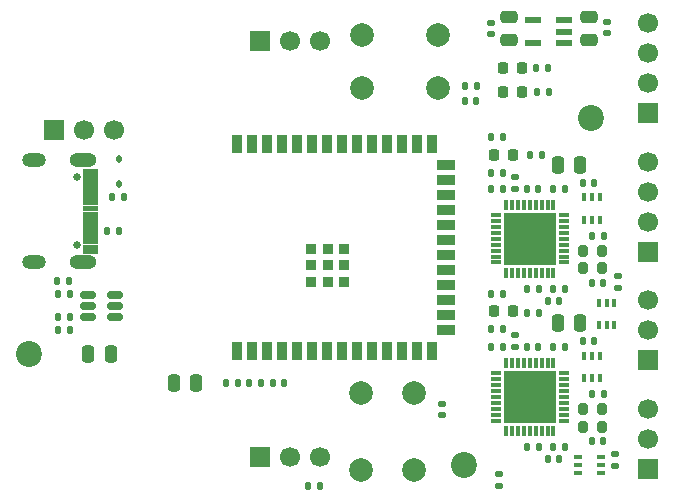
<source format=gbr>
%TF.GenerationSoftware,KiCad,Pcbnew,9.0.3*%
%TF.CreationDate,2025-08-10T23:59:10-04:00*%
%TF.ProjectId,Hydra_Driver_Shield,48796472-615f-4447-9269-7665725f5368,rev?*%
%TF.SameCoordinates,Original*%
%TF.FileFunction,Soldermask,Top*%
%TF.FilePolarity,Negative*%
%FSLAX46Y46*%
G04 Gerber Fmt 4.6, Leading zero omitted, Abs format (unit mm)*
G04 Created by KiCad (PCBNEW 9.0.3) date 2025-08-10 23:59:10*
%MOMM*%
%LPD*%
G01*
G04 APERTURE LIST*
G04 Aperture macros list*
%AMRoundRect*
0 Rectangle with rounded corners*
0 $1 Rounding radius*
0 $2 $3 $4 $5 $6 $7 $8 $9 X,Y pos of 4 corners*
0 Add a 4 corners polygon primitive as box body*
4,1,4,$2,$3,$4,$5,$6,$7,$8,$9,$2,$3,0*
0 Add four circle primitives for the rounded corners*
1,1,$1+$1,$2,$3*
1,1,$1+$1,$4,$5*
1,1,$1+$1,$6,$7*
1,1,$1+$1,$8,$9*
0 Add four rect primitives between the rounded corners*
20,1,$1+$1,$2,$3,$4,$5,0*
20,1,$1+$1,$4,$5,$6,$7,0*
20,1,$1+$1,$6,$7,$8,$9,0*
20,1,$1+$1,$8,$9,$2,$3,0*%
G04 Aperture macros list end*
%ADD10C,0.010000*%
%ADD11RoundRect,0.140000X0.170000X-0.140000X0.170000X0.140000X-0.170000X0.140000X-0.170000X-0.140000X0*%
%ADD12RoundRect,0.135000X-0.135000X-0.185000X0.135000X-0.185000X0.135000X0.185000X-0.135000X0.185000X0*%
%ADD13R,0.900000X1.500000*%
%ADD14R,1.500000X0.900000*%
%ADD15R,0.900000X0.900000*%
%ADD16RoundRect,0.218750X0.218750X0.256250X-0.218750X0.256250X-0.218750X-0.256250X0.218750X-0.256250X0*%
%ADD17RoundRect,0.140000X0.140000X0.170000X-0.140000X0.170000X-0.140000X-0.170000X0.140000X-0.170000X0*%
%ADD18R,1.320800X0.508000*%
%ADD19RoundRect,0.140000X-0.170000X0.140000X-0.170000X-0.140000X0.170000X-0.140000X0.170000X0.140000X0*%
%ADD20RoundRect,0.140000X-0.140000X-0.170000X0.140000X-0.170000X0.140000X0.170000X-0.140000X0.170000X0*%
%ADD21RoundRect,0.112500X-0.112500X0.187500X-0.112500X-0.187500X0.112500X-0.187500X0.112500X0.187500X0*%
%ADD22RoundRect,0.135000X0.135000X0.185000X-0.135000X0.185000X-0.135000X-0.185000X0.135000X-0.185000X0*%
%ADD23C,0.650000*%
%ADD24O,2.304000X1.204000*%
%ADD25O,2.004000X1.204000*%
%ADD26RoundRect,0.100000X0.225000X0.100000X-0.225000X0.100000X-0.225000X-0.100000X0.225000X-0.100000X0*%
%ADD27RoundRect,0.250000X0.475000X-0.250000X0.475000X0.250000X-0.475000X0.250000X-0.475000X-0.250000X0*%
%ADD28C,2.000000*%
%ADD29R,0.300000X0.900000*%
%ADD30R,0.900000X0.300000*%
%ADD31R,4.500000X4.500000*%
%ADD32C,2.200000*%
%ADD33RoundRect,0.100000X-0.100000X0.225000X-0.100000X-0.225000X0.100000X-0.225000X0.100000X0.225000X0*%
%ADD34RoundRect,0.250000X0.250000X0.475000X-0.250000X0.475000X-0.250000X-0.475000X0.250000X-0.475000X0*%
%ADD35RoundRect,0.135000X0.185000X-0.135000X0.185000X0.135000X-0.185000X0.135000X-0.185000X-0.135000X0*%
%ADD36RoundRect,0.250000X-0.250000X-0.475000X0.250000X-0.475000X0.250000X0.475000X-0.250000X0.475000X0*%
%ADD37RoundRect,0.200000X-0.200000X-0.275000X0.200000X-0.275000X0.200000X0.275000X-0.200000X0.275000X0*%
%ADD38RoundRect,0.150000X0.512500X0.150000X-0.512500X0.150000X-0.512500X-0.150000X0.512500X-0.150000X0*%
%ADD39R,1.700000X1.700000*%
%ADD40C,1.700000*%
G04 APERTURE END LIST*
D10*
%TO.C,J1*%
X8380000Y-15040000D02*
X7130000Y-15040000D01*
X7130000Y-14340000D01*
X8380000Y-14340000D01*
X8380000Y-15040000D01*
G36*
X8380000Y-15040000D02*
G01*
X7130000Y-15040000D01*
X7130000Y-14340000D01*
X8380000Y-14340000D01*
X8380000Y-15040000D01*
G37*
X8380000Y-15840000D02*
X7130000Y-15840000D01*
X7130000Y-15140000D01*
X8380000Y-15140000D01*
X8380000Y-15840000D01*
G36*
X8380000Y-15840000D02*
G01*
X7130000Y-15840000D01*
X7130000Y-15140000D01*
X8380000Y-15140000D01*
X8380000Y-15840000D01*
G37*
X8380000Y-16340000D02*
X7130000Y-16340000D01*
X7130000Y-15940000D01*
X8380000Y-15940000D01*
X8380000Y-16340000D01*
G36*
X8380000Y-16340000D02*
G01*
X7130000Y-16340000D01*
X7130000Y-15940000D01*
X8380000Y-15940000D01*
X8380000Y-16340000D01*
G37*
X8380000Y-16840000D02*
X7130000Y-16840000D01*
X7130000Y-16440000D01*
X8380000Y-16440000D01*
X8380000Y-16840000D01*
G36*
X8380000Y-16840000D02*
G01*
X7130000Y-16840000D01*
X7130000Y-16440000D01*
X8380000Y-16440000D01*
X8380000Y-16840000D01*
G37*
X8380000Y-17340000D02*
X7130000Y-17340000D01*
X7130000Y-16940000D01*
X8380000Y-16940000D01*
X8380000Y-17340000D01*
G36*
X8380000Y-17340000D02*
G01*
X7130000Y-17340000D01*
X7130000Y-16940000D01*
X8380000Y-16940000D01*
X8380000Y-17340000D01*
G37*
X8380000Y-17840000D02*
X7130000Y-17840000D01*
X7130000Y-17440000D01*
X8380000Y-17440000D01*
X8380000Y-17840000D01*
G36*
X8380000Y-17840000D02*
G01*
X7130000Y-17840000D01*
X7130000Y-17440000D01*
X8380000Y-17440000D01*
X8380000Y-17840000D01*
G37*
X8380000Y-18340000D02*
X7130000Y-18340000D01*
X7130000Y-17940000D01*
X8380000Y-17940000D01*
X8380000Y-18340000D01*
G36*
X8380000Y-18340000D02*
G01*
X7130000Y-18340000D01*
X7130000Y-17940000D01*
X8380000Y-17940000D01*
X8380000Y-18340000D01*
G37*
X8380000Y-18840000D02*
X7130000Y-18840000D01*
X7130000Y-18440000D01*
X8380000Y-18440000D01*
X8380000Y-18840000D01*
G36*
X8380000Y-18840000D02*
G01*
X7130000Y-18840000D01*
X7130000Y-18440000D01*
X8380000Y-18440000D01*
X8380000Y-18840000D01*
G37*
X8380000Y-19340000D02*
X7130000Y-19340000D01*
X7130000Y-18940000D01*
X8380000Y-18940000D01*
X8380000Y-19340000D01*
G36*
X8380000Y-19340000D02*
G01*
X7130000Y-19340000D01*
X7130000Y-18940000D01*
X8380000Y-18940000D01*
X8380000Y-19340000D01*
G37*
X8380000Y-19840000D02*
X7130000Y-19840000D01*
X7130000Y-19440000D01*
X8380000Y-19440000D01*
X8380000Y-19840000D01*
G36*
X8380000Y-19840000D02*
G01*
X7130000Y-19840000D01*
X7130000Y-19440000D01*
X8380000Y-19440000D01*
X8380000Y-19840000D01*
G37*
X8380000Y-20640000D02*
X7130000Y-20640000D01*
X7130000Y-19940000D01*
X8380000Y-19940000D01*
X8380000Y-20640000D01*
G36*
X8380000Y-20640000D02*
G01*
X7130000Y-20640000D01*
X7130000Y-19940000D01*
X8380000Y-19940000D01*
X8380000Y-20640000D01*
G37*
X8380000Y-21440000D02*
X7130000Y-21440000D01*
X7130000Y-20740000D01*
X8380000Y-20740000D01*
X8380000Y-21440000D01*
G36*
X8380000Y-21440000D02*
G01*
X7130000Y-21440000D01*
X7130000Y-20740000D01*
X8380000Y-20740000D01*
X8380000Y-21440000D01*
G37*
%TD*%
D11*
%TO.C,C11*%
X41750000Y-2900000D03*
X41750000Y-1940000D03*
%TD*%
D12*
%TO.C,R2*%
X9600000Y-16750000D03*
X10620000Y-16750000D03*
%TD*%
D13*
%TO.C,IC1*%
X20180000Y-29750000D03*
X21450000Y-29750000D03*
X22720000Y-29750000D03*
X23990000Y-29750000D03*
X25260000Y-29750000D03*
X26530000Y-29750000D03*
X27800000Y-29750000D03*
X29070000Y-29750000D03*
X30340000Y-29750000D03*
X31610000Y-29750000D03*
X32880000Y-29750000D03*
X34150000Y-29750000D03*
X35420000Y-29750000D03*
X36690000Y-29750000D03*
D14*
X37940000Y-27985000D03*
X37940000Y-26715000D03*
X37940000Y-25445000D03*
X37940000Y-24175000D03*
X37940000Y-22905000D03*
X37940000Y-21635000D03*
X37940000Y-20365000D03*
X37940000Y-19095000D03*
X37940000Y-17825000D03*
X37940000Y-16555000D03*
X37940000Y-15285000D03*
X37940000Y-14015000D03*
D13*
X36690000Y-12250000D03*
X35420000Y-12250000D03*
X34150000Y-12250000D03*
X32880000Y-12250000D03*
X31610000Y-12250000D03*
X30340000Y-12250000D03*
X29070000Y-12250000D03*
X27800000Y-12250000D03*
X26530000Y-12250000D03*
X25260000Y-12250000D03*
X23990000Y-12250000D03*
X22720000Y-12250000D03*
X21450000Y-12250000D03*
X20180000Y-12250000D03*
D15*
X27900000Y-22500000D03*
X27900000Y-21100000D03*
X26500000Y-21100000D03*
X26500000Y-22500000D03*
X26500000Y-23900000D03*
X27900000Y-23900000D03*
X29300000Y-23900000D03*
X29300000Y-22500000D03*
X29300000Y-21100000D03*
%TD*%
D12*
%TO.C,R11*%
X41750000Y-24900000D03*
X42770000Y-24900000D03*
%TD*%
D16*
%TO.C,D4*%
X43575000Y-26400000D03*
X42000000Y-26400000D03*
%TD*%
D17*
%TO.C,C26*%
X47960000Y-24500000D03*
X47000000Y-24500000D03*
%TD*%
D12*
%TO.C,R23*%
X44980000Y-13150000D03*
X46000000Y-13150000D03*
%TD*%
D17*
%TO.C,C5*%
X6035000Y-28000000D03*
X5075000Y-28000000D03*
%TD*%
D18*
%TO.C,U2*%
X47890800Y-3650001D03*
X47890800Y-2700000D03*
X47890800Y-1749999D03*
X45300000Y-1749999D03*
X45300000Y-3650001D03*
%TD*%
D19*
%TO.C,C10*%
X37600000Y-34200000D03*
X37600000Y-35160000D03*
%TD*%
D12*
%TO.C,R12*%
X41750000Y-27900000D03*
X42770000Y-27900000D03*
%TD*%
D20*
%TO.C,C2*%
X19290000Y-32500000D03*
X20250000Y-32500000D03*
%TD*%
D21*
%TO.C,D1*%
X10250000Y-13500000D03*
X10250000Y-15600000D03*
%TD*%
D17*
%TO.C,C17*%
X51210000Y-37400000D03*
X50250000Y-37400000D03*
%TD*%
D11*
%TO.C,C9*%
X51500000Y-2860000D03*
X51500000Y-1900000D03*
%TD*%
D12*
%TO.C,R5*%
X5015000Y-24900000D03*
X6035000Y-24900000D03*
%TD*%
D22*
%TO.C,R8*%
X27220000Y-41200000D03*
X26200000Y-41200000D03*
%TD*%
D12*
%TO.C,R16*%
X44730000Y-26500000D03*
X45750000Y-26500000D03*
%TD*%
D23*
%TO.C,J1*%
X6680000Y-15000000D03*
X6680000Y-20780000D03*
D24*
X7180000Y-13570000D03*
X7180000Y-22210000D03*
D25*
X3000000Y-13570000D03*
X3000000Y-22210000D03*
%TD*%
D17*
%TO.C,C29*%
X47960000Y-16000000D03*
X47000000Y-16000000D03*
%TD*%
%TO.C,C21*%
X50460000Y-28900000D03*
X49500000Y-28900000D03*
%TD*%
%TO.C,C13*%
X45740000Y-37900000D03*
X44780000Y-37900000D03*
%TD*%
%TO.C,C30*%
X51250000Y-20000000D03*
X50290000Y-20000000D03*
%TD*%
%TO.C,C24*%
X47500000Y-25500000D03*
X46540000Y-25500000D03*
%TD*%
D26*
%TO.C,U3*%
X51000000Y-40050000D03*
X51000000Y-39400000D03*
X51000000Y-38750000D03*
X49100000Y-38750000D03*
X49100000Y-39400000D03*
X49100000Y-40050000D03*
%TD*%
D27*
%TO.C,C12*%
X43250000Y-3400000D03*
X43250000Y-1500000D03*
%TD*%
D28*
%TO.C,SW2*%
X30700000Y-39800000D03*
X30700000Y-33300000D03*
X35200000Y-39800000D03*
X35200000Y-33300000D03*
%TD*%
D29*
%TO.C,IC2*%
X43000000Y-36550000D03*
X43500000Y-36550000D03*
X44000000Y-36550000D03*
X44500000Y-36550000D03*
X45000000Y-36550000D03*
X45500000Y-36550000D03*
X46000000Y-36550000D03*
X46500000Y-36550000D03*
X47000000Y-36550000D03*
D30*
X47900000Y-35650000D03*
X47900000Y-35150000D03*
X47900000Y-34650000D03*
X47900000Y-34150000D03*
X47900000Y-33650000D03*
X47900000Y-33150000D03*
X47900000Y-32650000D03*
X47900000Y-32150000D03*
X47900000Y-31650000D03*
D29*
X47000000Y-30750000D03*
X46500000Y-30750000D03*
X46000000Y-30750000D03*
X45500000Y-30750000D03*
X45000000Y-30750000D03*
X44500000Y-30750000D03*
X44000000Y-30750000D03*
X43500000Y-30750000D03*
X43000000Y-30750000D03*
D30*
X42100000Y-31650000D03*
X42100000Y-32150000D03*
X42100000Y-32650000D03*
X42100000Y-33150000D03*
X42100000Y-33650000D03*
X42100000Y-34150000D03*
X42100000Y-34650000D03*
X42100000Y-35150000D03*
X42100000Y-35650000D03*
D31*
X45000000Y-33650000D03*
%TD*%
D16*
%TO.C,D5*%
X43575000Y-13150000D03*
X42000000Y-13150000D03*
%TD*%
D32*
%TO.C,REF\u002A\u002A*%
X39400000Y-39400000D03*
%TD*%
D12*
%TO.C,R4*%
X5015000Y-26900000D03*
X6035000Y-26900000D03*
%TD*%
D33*
%TO.C,U6*%
X50900000Y-16750000D03*
X50250000Y-16750000D03*
X49600000Y-16750000D03*
X49600000Y-18650000D03*
X50250000Y-18650000D03*
X50900000Y-18650000D03*
%TD*%
D17*
%TO.C,C22*%
X45710000Y-29400000D03*
X44750000Y-29400000D03*
%TD*%
D34*
%TO.C,C15*%
X49250000Y-27400000D03*
X47350000Y-27400000D03*
%TD*%
D35*
%TO.C,R7*%
X42400000Y-41220000D03*
X42400000Y-40200000D03*
%TD*%
D28*
%TO.C,SW1*%
X30750000Y-3000000D03*
X37250000Y-3000000D03*
X30750000Y-7500000D03*
X37250000Y-7500000D03*
%TD*%
D17*
%TO.C,C19*%
X47960000Y-29400000D03*
X47000000Y-29400000D03*
%TD*%
D16*
%TO.C,D3*%
X44325000Y-7791950D03*
X42750000Y-7791950D03*
%TD*%
D29*
%TO.C,IC3*%
X43000000Y-23150000D03*
X43500000Y-23150000D03*
X44000000Y-23150000D03*
X44500000Y-23150000D03*
X45000000Y-23150000D03*
X45500000Y-23150000D03*
X46000000Y-23150000D03*
X46500000Y-23150000D03*
X47000000Y-23150000D03*
D30*
X47900000Y-22250000D03*
X47900000Y-21750000D03*
X47900000Y-21250000D03*
X47900000Y-20750000D03*
X47900000Y-20250000D03*
X47900000Y-19750000D03*
X47900000Y-19250000D03*
X47900000Y-18750000D03*
X47900000Y-18250000D03*
D29*
X47000000Y-17350000D03*
X46500000Y-17350000D03*
X46000000Y-17350000D03*
X45500000Y-17350000D03*
X45000000Y-17350000D03*
X44500000Y-17350000D03*
X44000000Y-17350000D03*
X43500000Y-17350000D03*
X43000000Y-17350000D03*
D30*
X42100000Y-18250000D03*
X42100000Y-18750000D03*
X42100000Y-19250000D03*
X42100000Y-19750000D03*
X42100000Y-20250000D03*
X42100000Y-20750000D03*
X42100000Y-21250000D03*
X42100000Y-21750000D03*
X42100000Y-22250000D03*
D31*
X45000000Y-20250000D03*
%TD*%
D19*
%TO.C,C28*%
X52500000Y-23440000D03*
X52500000Y-24400000D03*
%TD*%
D12*
%TO.C,R8*%
X45555000Y-5791950D03*
X46575000Y-5791950D03*
%TD*%
D17*
%TO.C,C14*%
X47500000Y-38900000D03*
X46540000Y-38900000D03*
%TD*%
%TO.C,C23*%
X45750000Y-24500000D03*
X44790000Y-24500000D03*
%TD*%
D22*
%TO.C,R6*%
X40500000Y-7291950D03*
X39480000Y-7291950D03*
%TD*%
D17*
%TO.C,C16*%
X47960000Y-37900000D03*
X47000000Y-37900000D03*
%TD*%
D11*
%TO.C,C18*%
X52250000Y-39460000D03*
X52250000Y-38500000D03*
%TD*%
D32*
%TO.C,REF\u002A\u002A*%
X50200000Y-10000000D03*
%TD*%
D12*
%TO.C,R3*%
X9200000Y-19600000D03*
X10220000Y-19600000D03*
%TD*%
%TO.C,R9*%
X45575000Y-7791950D03*
X46595000Y-7791950D03*
%TD*%
D22*
%TO.C,R20*%
X42770000Y-16000000D03*
X41750000Y-16000000D03*
%TD*%
D35*
%TO.C,R22*%
X43750000Y-16020000D03*
X43750000Y-15000000D03*
%TD*%
D27*
%TO.C,C8*%
X50000000Y-3400000D03*
X50000000Y-1500000D03*
%TD*%
D12*
%TO.C,R1*%
X21230000Y-32500000D03*
X22250000Y-32500000D03*
%TD*%
D32*
%TO.C,REF\u002A\u002A*%
X2600000Y-30000000D03*
%TD*%
D33*
%TO.C,U5*%
X52150000Y-25650000D03*
X51500000Y-25650000D03*
X50850000Y-25650000D03*
X50850000Y-27550000D03*
X51500000Y-27550000D03*
X52150000Y-27550000D03*
%TD*%
D22*
%TO.C,R13*%
X42770000Y-29400000D03*
X41750000Y-29400000D03*
%TD*%
D17*
%TO.C,C27*%
X51210000Y-24000000D03*
X50250000Y-24000000D03*
%TD*%
D36*
%TO.C,C3*%
X14850000Y-32500000D03*
X16750000Y-32500000D03*
%TD*%
D20*
%TO.C,C7*%
X39500000Y-8541950D03*
X40460000Y-8541950D03*
%TD*%
%TO.C,C1*%
X23250000Y-32500000D03*
X24210000Y-32500000D03*
%TD*%
D37*
%TO.C,R10*%
X49500000Y-36150000D03*
X51150000Y-36150000D03*
%TD*%
D12*
%TO.C,R19*%
X41730000Y-14650000D03*
X42750000Y-14650000D03*
%TD*%
D17*
%TO.C,C31*%
X50460000Y-15500000D03*
X49500000Y-15500000D03*
%TD*%
D16*
%TO.C,D2*%
X44325000Y-5791950D03*
X42750000Y-5791950D03*
%TD*%
D34*
%TO.C,C25*%
X49250000Y-14000000D03*
X47350000Y-14000000D03*
%TD*%
D38*
%TO.C,U1*%
X9835000Y-26900000D03*
X9835000Y-25950000D03*
X9835000Y-25000000D03*
X7560000Y-25000000D03*
X7560000Y-25950000D03*
X7560000Y-26900000D03*
%TD*%
D37*
%TO.C,R21*%
X49500000Y-21250000D03*
X51150000Y-21250000D03*
%TD*%
%TO.C,R17*%
X49500000Y-22750000D03*
X51150000Y-22750000D03*
%TD*%
D33*
%TO.C,U4*%
X50900000Y-30150000D03*
X50250000Y-30150000D03*
X49600000Y-30150000D03*
X49600000Y-32050000D03*
X50250000Y-32050000D03*
X50900000Y-32050000D03*
%TD*%
D17*
%TO.C,C20*%
X51250000Y-33400000D03*
X50290000Y-33400000D03*
%TD*%
D12*
%TO.C,R18*%
X41730000Y-11650000D03*
X42750000Y-11650000D03*
%TD*%
D17*
%TO.C,C6*%
X5960000Y-23800000D03*
X5000000Y-23800000D03*
%TD*%
D36*
%TO.C,C4*%
X7600000Y-30000000D03*
X9500000Y-30000000D03*
%TD*%
D37*
%TO.C,R14*%
X49500000Y-34650000D03*
X51150000Y-34650000D03*
%TD*%
D35*
%TO.C,R15*%
X43750000Y-29420000D03*
X43750000Y-28400000D03*
%TD*%
D17*
%TO.C,C32*%
X45710000Y-16000000D03*
X44750000Y-16000000D03*
%TD*%
D39*
%TO.C,J6*%
X22170000Y-3500000D03*
D40*
X24710000Y-3500000D03*
X27250000Y-3500000D03*
%TD*%
D39*
%TO.C,J7*%
X55000000Y-21370000D03*
D40*
X55000000Y-18830000D03*
X55000000Y-16290000D03*
X55000000Y-13750000D03*
%TD*%
D39*
%TO.C,J4*%
X55000000Y-39750000D03*
D40*
X55000000Y-37210000D03*
X55000000Y-34670000D03*
%TD*%
D39*
%TO.C,J2*%
X22170000Y-38750000D03*
D40*
X24710000Y-38750000D03*
X27250000Y-38750000D03*
%TD*%
D39*
%TO.C,J8*%
X55000000Y-30500000D03*
D40*
X55000000Y-27960000D03*
X55000000Y-25420000D03*
%TD*%
D39*
%TO.C,J5*%
X4710000Y-11000000D03*
D40*
X7250000Y-11000000D03*
X9790000Y-11000000D03*
%TD*%
D39*
%TO.C,J3*%
X55000000Y-9620000D03*
D40*
X55000000Y-7080000D03*
X55000000Y-4540000D03*
X55000000Y-2000000D03*
%TD*%
M02*

</source>
